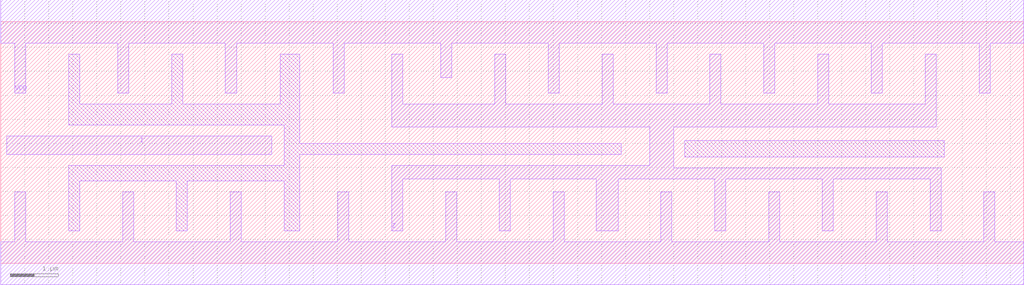
<source format=lef>
# Copyright 2022 GlobalFoundries PDK Authors
#
# Licensed under the Apache License, Version 2.0 (the "License");
# you may not use this file except in compliance with the License.
# You may obtain a copy of the License at
#
#      http://www.apache.org/licenses/LICENSE-2.0
#
# Unless required by applicable law or agreed to in writing, software
# distributed under the License is distributed on an "AS IS" BASIS,
# WITHOUT WARRANTIES OR CONDITIONS OF ANY KIND, either express or implied.
# See the License for the specific language governing permissions and
# limitations under the License.

MACRO gf180mcu_fd_sc_mcu9t5v0__buf_12
  CLASS core ;
  FOREIGN gf180mcu_fd_sc_mcu9t5v0__buf_12 0.0 0.0 ;
  ORIGIN 0 0 ;
  SYMMETRY X Y ;
  SITE GF018hv5v_green_sc9 ;
  SIZE 21.28 BY 5.04 ;
  PIN I
    DIRECTION INPUT ;
    ANTENNAGATEAREA 10.242 ;
    PORT
      LAYER METAL1 ;
        POLYGON 0.13 2.27 5.64 2.27 5.64 2.65 0.13 2.65  ;
    END
  END I
  PIN Z
    DIRECTION OUTPUT ;
    ANTENNADIFFAREA 10.926 ;
    PORT
      LAYER METAL1 ;
        POLYGON 8.135 2.84 12.91 2.84 13.5 2.84 13.5 2.04 8.135 2.04 8.135 0.68 8.365 0.68 8.365 1.755 10.375 1.755 10.375 0.68 10.605 0.68 10.605 1.755 12.385 1.755 12.385 0.68 12.845 0.68 12.845 1.755 14.855 1.755 14.855 0.68 15.085 0.68 15.085 1.755 17.095 1.755 17.095 0.68 17.325 0.68 17.325 1.755 19.335 1.755 19.335 0.68 19.565 0.68 19.565 1.985 14 1.985 14 2.84 19.465 2.84 19.465 4.36 19.235 4.36 19.235 3.32 17.225 3.32 17.225 4.36 16.995 4.36 16.995 3.32 14.985 3.32 14.985 4.36 14.755 4.36 14.755 3.32 12.91 3.32 12.745 3.32 12.745 4.36 12.515 4.36 12.515 3.32 10.505 3.32 10.505 4.36 10.275 4.36 10.275 3.32 8.365 3.32 8.365 4.36 8.135 4.36  ;
    END
  END Z
  PIN VDD
    DIRECTION INOUT ;
    USE power ;
    SHAPE ABUTMENT ;
    PORT
      LAYER METAL1 ;
        POLYGON 0 4.59 0.295 4.59 0.295 3.55 0.525 3.55 0.525 4.59 2.435 4.59 2.435 3.55 2.665 3.55 2.665 4.59 4.675 4.59 4.675 3.55 4.905 3.55 4.905 4.59 6.915 4.59 6.915 3.55 7.145 3.55 7.145 4.59 9.155 4.59 9.155 3.875 9.385 3.875 9.385 4.59 11.395 4.59 11.395 3.55 11.625 3.55 11.625 4.59 12.91 4.59 13.635 4.59 13.635 3.55 13.865 3.55 13.865 4.59 15.875 4.59 15.875 3.55 16.105 3.55 16.105 4.59 18.115 4.59 18.115 3.55 18.345 3.55 18.345 4.59 19.63 4.59 20.355 4.59 20.355 3.55 20.585 3.55 20.585 4.59 21.28 4.59 21.28 5.49 19.63 5.49 12.91 5.49 0 5.49  ;
    END
  END VDD
  PIN VSS
    DIRECTION INOUT ;
    USE ground ;
    SHAPE ABUTMENT ;
    PORT
      LAYER METAL1 ;
        POLYGON 0 -0.45 21.28 -0.45 21.28 0.45 20.685 0.45 20.685 1.49 20.455 1.49 20.455 0.45 18.445 0.45 18.445 1.49 18.215 1.49 18.215 0.45 16.205 0.45 16.205 1.49 15.975 1.49 15.975 0.45 13.965 0.45 13.965 1.49 13.735 1.49 13.735 0.45 11.725 0.45 11.725 1.49 11.495 1.49 11.495 0.45 9.485 0.45 9.485 1.49 9.255 1.49 9.255 0.45 7.245 0.45 7.245 1.49 7.015 1.49 7.015 0.45 5.005 0.45 5.005 1.49 4.775 1.49 4.775 0.45 2.765 0.45 2.765 1.49 2.535 1.49 2.535 0.45 0.525 0.45 0.525 1.49 0.295 1.49 0.295 0.45 0 0.45  ;
    END
  END VSS
  OBS
      LAYER METAL1 ;
        POLYGON 1.415 2.88 5.895 2.88 5.895 2.04 1.415 2.04 1.415 0.68 1.645 0.68 1.645 1.72 3.655 1.72 3.655 0.68 3.885 0.68 3.885 1.72 5.895 1.72 5.895 0.68 6.225 0.68 6.225 2.27 12.91 2.27 12.91 2.5 6.225 2.5 6.225 4.36 5.82 4.36 5.82 3.32 3.785 3.32 3.785 4.36 3.555 4.36 3.555 3.32 1.645 3.32 1.645 4.36 1.415 4.36  ;
        POLYGON 14.23 2.215 19.63 2.215 19.63 2.555 14.23 2.555  ;
  END
END gf180mcu_fd_sc_mcu9t5v0__buf_12

</source>
